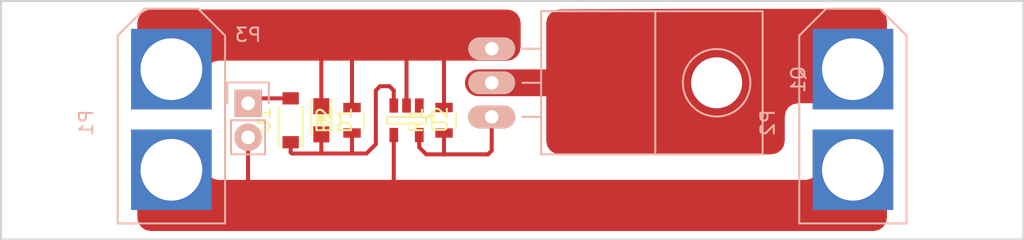
<source format=kicad_pcb>
(kicad_pcb (version 4) (host pcbnew 4.0.4+e1-6308~48~ubuntu16.04.1-stable)

  (general
    (links 16)
    (no_connects 1)
    (area 126.924999 132.004999 203.275001 149.935001)
    (thickness 1.6)
    (drawings 5)
    (tracks 29)
    (zones 0)
    (modules 9)
    (nets 7)
  )

  (page A4)
  (layers
    (0 F.Cu signal)
    (31 B.Cu signal)
    (32 B.Adhes user)
    (33 F.Adhes user)
    (34 B.Paste user)
    (35 F.Paste user hide)
    (36 B.SilkS user)
    (37 F.SilkS user hide)
    (38 B.Mask user)
    (39 F.Mask user hide)
    (40 Dwgs.User user)
    (41 Cmts.User user)
    (42 Eco1.User user)
    (43 Eco2.User user)
    (44 Edge.Cuts user)
    (45 Margin user)
    (46 B.CrtYd user)
    (47 F.CrtYd user)
    (48 B.Fab user hide)
    (49 F.Fab user hide)
  )

  (setup
    (last_trace_width 0.25)
    (user_trace_width 0.3)
    (user_trace_width 0.4)
    (user_trace_width 0.5)
    (user_trace_width 1)
    (trace_clearance 0.2)
    (zone_clearance 0.508)
    (zone_45_only no)
    (trace_min 0.2)
    (segment_width 0.2)
    (edge_width 0.15)
    (via_size 0.6)
    (via_drill 0.4)
    (via_min_size 0.4)
    (via_min_drill 0.3)
    (uvia_size 0.3)
    (uvia_drill 0.1)
    (uvias_allowed no)
    (uvia_min_size 0.2)
    (uvia_min_drill 0.1)
    (pcb_text_width 0.3)
    (pcb_text_size 1.5 1.5)
    (mod_edge_width 0.15)
    (mod_text_size 1 1)
    (mod_text_width 0.15)
    (pad_size 1.524 1.524)
    (pad_drill 0.762)
    (pad_to_mask_clearance 0.2)
    (aux_axis_origin 0 0)
    (visible_elements FFFFFF7F)
    (pcbplotparams
      (layerselection 0x01000_80000001)
      (usegerberextensions false)
      (excludeedgelayer true)
      (linewidth 0.100000)
      (plotframeref false)
      (viasonmask false)
      (mode 1)
      (useauxorigin false)
      (hpglpennumber 1)
      (hpglpenspeed 20)
      (hpglpendiameter 15)
      (hpglpenoverlay 2)
      (psnegative false)
      (psa4output false)
      (plotreference true)
      (plotvalue true)
      (plotinvisibletext false)
      (padsonsilk false)
      (subtractmaskfromsilk false)
      (outputformat 1)
      (mirror false)
      (drillshape 0)
      (scaleselection 1)
      (outputdirectory "/media/mdh/UBUNTU 16_0/johans/"))
  )

  (net 0 "")
  (net 1 "Net-(D1-Pad2)")
  (net 2 GND)
  (net 3 +BATT)
  (net 4 After_Load-)
  (net 5 "Net-(Q1-Pad1)")
  (net 6 "Net-(P3-Pad1)")

  (net_class Default "This is the default net class."
    (clearance 0.2)
    (trace_width 0.25)
    (via_dia 0.6)
    (via_drill 0.4)
    (uvia_dia 0.3)
    (uvia_drill 0.1)
    (add_net +BATT)
    (add_net After_Load-)
    (add_net GND)
    (add_net "Net-(D1-Pad2)")
    (add_net "Net-(P3-Pad1)")
    (add_net "Net-(Q1-Pad1)")
  )

  (module LEDs:LED_0805 (layer F.Cu) (tedit 55BDE1C2) (tstamp 5818A992)
    (at 150.876 140.97 270)
    (descr "LED 0805 smd package")
    (tags "LED 0805 SMD")
    (path /5818B0A5)
    (attr smd)
    (fp_text reference D1 (at 0 -1.75 270) (layer F.SilkS)
      (effects (font (size 1 1) (thickness 0.15)))
    )
    (fp_text value LED (at 0 1.75 270) (layer F.Fab)
      (effects (font (size 1 1) (thickness 0.15)))
    )
    (fp_line (start -0.4 -0.3) (end -0.4 0.3) (layer F.Fab) (width 0.15))
    (fp_line (start -0.3 0) (end 0 -0.3) (layer F.Fab) (width 0.15))
    (fp_line (start 0 0.3) (end -0.3 0) (layer F.Fab) (width 0.15))
    (fp_line (start 0 -0.3) (end 0 0.3) (layer F.Fab) (width 0.15))
    (fp_line (start 1 -0.6) (end -1 -0.6) (layer F.Fab) (width 0.15))
    (fp_line (start 1 0.6) (end 1 -0.6) (layer F.Fab) (width 0.15))
    (fp_line (start -1 0.6) (end 1 0.6) (layer F.Fab) (width 0.15))
    (fp_line (start -1 -0.6) (end -1 0.6) (layer F.Fab) (width 0.15))
    (fp_line (start -1.6 0.75) (end 1.1 0.75) (layer F.SilkS) (width 0.15))
    (fp_line (start -1.6 -0.75) (end 1.1 -0.75) (layer F.SilkS) (width 0.15))
    (fp_line (start -0.1 0.15) (end -0.1 -0.1) (layer F.SilkS) (width 0.15))
    (fp_line (start -0.1 -0.1) (end -0.25 0.05) (layer F.SilkS) (width 0.15))
    (fp_line (start -0.35 -0.35) (end -0.35 0.35) (layer F.SilkS) (width 0.15))
    (fp_line (start 0 0) (end 0.35 0) (layer F.SilkS) (width 0.15))
    (fp_line (start -0.35 0) (end 0 -0.35) (layer F.SilkS) (width 0.15))
    (fp_line (start 0 -0.35) (end 0 0.35) (layer F.SilkS) (width 0.15))
    (fp_line (start 0 0.35) (end -0.35 0) (layer F.SilkS) (width 0.15))
    (fp_line (start 1.9 -0.95) (end 1.9 0.95) (layer F.CrtYd) (width 0.05))
    (fp_line (start 1.9 0.95) (end -1.9 0.95) (layer F.CrtYd) (width 0.05))
    (fp_line (start -1.9 0.95) (end -1.9 -0.95) (layer F.CrtYd) (width 0.05))
    (fp_line (start -1.9 -0.95) (end 1.9 -0.95) (layer F.CrtYd) (width 0.05))
    (pad 2 smd rect (at 1.04902 0 90) (size 1.19888 1.19888) (layers F.Cu F.Paste F.Mask)
      (net 1 "Net-(D1-Pad2)"))
    (pad 1 smd rect (at -1.04902 0 90) (size 1.19888 1.19888) (layers F.Cu F.Paste F.Mask)
      (net 2 GND))
    (model LEDs.3dshapes/LED_0805.wrl
      (at (xyz 0 0 0))
      (scale (xyz 1 1 1))
      (rotate (xyz 0 0 0))
    )
  )

  (module TO_SOT_Packages_SMD:SOT-23-5 (layer F.Cu) (tedit 55360473) (tstamp 5818A9BA)
    (at 157.226 140.97 270)
    (descr "5-pin SOT23 package")
    (tags SOT-23-5)
    (path /5818A68D)
    (attr smd)
    (fp_text reference U2 (at -0.05 -2.55 270) (layer F.SilkS)
      (effects (font (size 1 1) (thickness 0.15)))
    )
    (fp_text value LM3490IM5-12/NOPB (at -0.05 2.35 270) (layer F.Fab)
      (effects (font (size 1 1) (thickness 0.15)))
    )
    (fp_line (start -1.8 -1.6) (end 1.8 -1.6) (layer F.CrtYd) (width 0.05))
    (fp_line (start 1.8 -1.6) (end 1.8 1.6) (layer F.CrtYd) (width 0.05))
    (fp_line (start 1.8 1.6) (end -1.8 1.6) (layer F.CrtYd) (width 0.05))
    (fp_line (start -1.8 1.6) (end -1.8 -1.6) (layer F.CrtYd) (width 0.05))
    (fp_circle (center -0.3 -1.7) (end -0.2 -1.7) (layer F.SilkS) (width 0.15))
    (fp_line (start 0.25 -1.45) (end -0.25 -1.45) (layer F.SilkS) (width 0.15))
    (fp_line (start 0.25 1.45) (end 0.25 -1.45) (layer F.SilkS) (width 0.15))
    (fp_line (start -0.25 1.45) (end 0.25 1.45) (layer F.SilkS) (width 0.15))
    (fp_line (start -0.25 -1.45) (end -0.25 1.45) (layer F.SilkS) (width 0.15))
    (pad 1 smd rect (at -1.1 -0.95 270) (size 1.06 0.65) (layers F.Cu F.Paste F.Mask))
    (pad 2 smd rect (at -1.1 0 270) (size 1.06 0.65) (layers F.Cu F.Paste F.Mask)
      (net 2 GND))
    (pad 3 smd rect (at -1.1 0.95 270) (size 1.06 0.65) (layers F.Cu F.Paste F.Mask)
      (net 1 "Net-(D1-Pad2)"))
    (pad 4 smd rect (at 1.1 0.95 270) (size 1.06 0.65) (layers F.Cu F.Paste F.Mask)
      (net 3 +BATT))
    (pad 5 smd rect (at 1.1 -0.95 270) (size 1.06 0.65) (layers F.Cu F.Paste F.Mask)
      (net 5 "Net-(Q1-Pad1)"))
    (model TO_SOT_Packages_SMD.3dshapes/SOT-23-5.wrl
      (at (xyz 0 0 0))
      (scale (xyz 1 1 1))
      (rotate (xyz 0 0 0))
    )
  )

  (module KiCad-Dev:XT60 (layer B.Cu) (tedit 580F8DBD) (tstamp 5818AA0A)
    (at 139.7 137.16 270)
    (tags "XT60 conn")
    (path /5818BFBF)
    (fp_text reference P1 (at 4 6.35 270) (layer B.SilkS)
      (effects (font (size 1 1) (thickness 0.15)) (justify mirror))
    )
    (fp_text value CONN_XT60 (at 3.81 5 270) (layer B.Fab)
      (effects (font (size 1 1) (thickness 0.15)) (justify mirror))
    )
    (fp_line (start -4.5 -2) (end -4.5 2) (layer B.SilkS) (width 0.15))
    (fp_line (start -4.5 -2) (end -2.5 -4) (layer B.SilkS) (width 0.15))
    (fp_line (start -4.5 2) (end -2.5 4) (layer B.SilkS) (width 0.15))
    (fp_line (start 11.5 -4) (end -2.5 -4) (layer B.SilkS) (width 0.15))
    (fp_line (start -2.5 4) (end 11.5 4) (layer B.SilkS) (width 0.15))
    (fp_line (start 11.5 -4) (end 11.5 4) (layer B.SilkS) (width 0.15))
    (pad 1 thru_hole rect (at 0 0 270) (size 6 6) (drill 4.6) (layers *.Cu *.Mask)
      (net 2 GND))
    (pad 2 thru_hole rect (at 7.5 0 270) (size 6 6) (drill 4.6) (layers *.Cu *.Mask)
      (net 3 +BATT))
  )

  (module KiCad-Dev:XT60 (layer B.Cu) (tedit 580F8DBD) (tstamp 5818AA0F)
    (at 190.5 137.16 270)
    (tags "XT60 conn")
    (path /5818C052)
    (fp_text reference P2 (at 4 6.35 270) (layer B.SilkS)
      (effects (font (size 1 1) (thickness 0.15)) (justify mirror))
    )
    (fp_text value CONN_XT60 (at 3.81 5 270) (layer B.Fab)
      (effects (font (size 1 1) (thickness 0.15)) (justify mirror))
    )
    (fp_line (start -4.5 -2) (end -4.5 2) (layer B.SilkS) (width 0.15))
    (fp_line (start -4.5 -2) (end -2.5 -4) (layer B.SilkS) (width 0.15))
    (fp_line (start -4.5 2) (end -2.5 4) (layer B.SilkS) (width 0.15))
    (fp_line (start 11.5 -4) (end -2.5 -4) (layer B.SilkS) (width 0.15))
    (fp_line (start -2.5 4) (end 11.5 4) (layer B.SilkS) (width 0.15))
    (fp_line (start 11.5 -4) (end 11.5 4) (layer B.SilkS) (width 0.15))
    (pad 1 thru_hole rect (at 0 0 270) (size 6 6) (drill 4.6) (layers *.Cu *.Mask)
      (net 4 After_Load-))
    (pad 2 thru_hole rect (at 7.5 0 270) (size 6 6) (drill 4.6) (layers *.Cu *.Mask)
      (net 3 +BATT))
  )

  (module Pin_Headers:Pin_Header_Straight_1x02 (layer B.Cu) (tedit 54EA090C) (tstamp 5818B25B)
    (at 145.415 139.7 180)
    (descr "Through hole pin header")
    (tags "pin header")
    (path /5818C4A3)
    (fp_text reference P3 (at 0 5.1 180) (layer B.SilkS)
      (effects (font (size 1 1) (thickness 0.15)) (justify mirror))
    )
    (fp_text value CONN_01X02 (at 0 3.1 180) (layer B.Fab)
      (effects (font (size 1 1) (thickness 0.15)) (justify mirror))
    )
    (fp_line (start 1.27 -1.27) (end 1.27 -3.81) (layer B.SilkS) (width 0.15))
    (fp_line (start 1.55 1.55) (end 1.55 0) (layer B.SilkS) (width 0.15))
    (fp_line (start -1.75 1.75) (end -1.75 -4.3) (layer B.CrtYd) (width 0.05))
    (fp_line (start 1.75 1.75) (end 1.75 -4.3) (layer B.CrtYd) (width 0.05))
    (fp_line (start -1.75 1.75) (end 1.75 1.75) (layer B.CrtYd) (width 0.05))
    (fp_line (start -1.75 -4.3) (end 1.75 -4.3) (layer B.CrtYd) (width 0.05))
    (fp_line (start 1.27 -1.27) (end -1.27 -1.27) (layer B.SilkS) (width 0.15))
    (fp_line (start -1.55 0) (end -1.55 1.55) (layer B.SilkS) (width 0.15))
    (fp_line (start -1.55 1.55) (end 1.55 1.55) (layer B.SilkS) (width 0.15))
    (fp_line (start -1.27 -1.27) (end -1.27 -3.81) (layer B.SilkS) (width 0.15))
    (fp_line (start -1.27 -3.81) (end 1.27 -3.81) (layer B.SilkS) (width 0.15))
    (pad 1 thru_hole rect (at 0 0 180) (size 2.032 2.032) (drill 1.016) (layers *.Cu *.Mask B.SilkS)
      (net 6 "Net-(P3-Pad1)"))
    (pad 2 thru_hole oval (at 0 -2.54 180) (size 2.032 2.032) (drill 1.016) (layers *.Cu *.Mask B.SilkS)
      (net 3 +BATT))
    (model Pin_Headers.3dshapes/Pin_Header_Straight_1x02.wrl
      (at (xyz 0 -0.05 0))
      (scale (xyz 1 1 1))
      (rotate (xyz 0 0 90))
    )
  )

  (module Resistors_SMD:R_0805 (layer F.Cu) (tedit 5415CDEB) (tstamp 5818B606)
    (at 160.02 140.97 90)
    (descr "Resistor SMD 0805, reflow soldering, Vishay (see dcrcw.pdf)")
    (tags "resistor 0805")
    (path /5818B748)
    (attr smd)
    (fp_text reference R1 (at 0 -2.1 90) (layer F.SilkS)
      (effects (font (size 1 1) (thickness 0.15)))
    )
    (fp_text value 4.7k (at 0 2.1 90) (layer F.Fab)
      (effects (font (size 1 1) (thickness 0.15)))
    )
    (fp_line (start -1.6 -1) (end 1.6 -1) (layer F.CrtYd) (width 0.05))
    (fp_line (start -1.6 1) (end 1.6 1) (layer F.CrtYd) (width 0.05))
    (fp_line (start -1.6 -1) (end -1.6 1) (layer F.CrtYd) (width 0.05))
    (fp_line (start 1.6 -1) (end 1.6 1) (layer F.CrtYd) (width 0.05))
    (fp_line (start 0.6 0.875) (end -0.6 0.875) (layer F.SilkS) (width 0.15))
    (fp_line (start -0.6 -0.875) (end 0.6 -0.875) (layer F.SilkS) (width 0.15))
    (pad 1 smd rect (at -0.95 0 90) (size 0.7 1.3) (layers F.Cu F.Paste F.Mask)
      (net 5 "Net-(Q1-Pad1)"))
    (pad 2 smd rect (at 0.95 0 90) (size 0.7 1.3) (layers F.Cu F.Paste F.Mask)
      (net 2 GND))
    (model Resistors_SMD.3dshapes/R_0805.wrl
      (at (xyz 0 0 0))
      (scale (xyz 1 1 1))
      (rotate (xyz 0 0 0))
    )
  )

  (module Resistors_SMD:R_0805 (layer F.Cu) (tedit 5415CDEB) (tstamp 5818B610)
    (at 153.162 140.97 90)
    (descr "Resistor SMD 0805, reflow soldering, Vishay (see dcrcw.pdf)")
    (tags "resistor 0805")
    (path /5818C95A)
    (attr smd)
    (fp_text reference R2 (at 0 -2.1 90) (layer F.SilkS)
      (effects (font (size 1 1) (thickness 0.15)))
    )
    (fp_text value 10k (at 0 2.1 90) (layer F.Fab)
      (effects (font (size 1 1) (thickness 0.15)))
    )
    (fp_line (start -1.6 -1) (end 1.6 -1) (layer F.CrtYd) (width 0.05))
    (fp_line (start -1.6 1) (end 1.6 1) (layer F.CrtYd) (width 0.05))
    (fp_line (start -1.6 -1) (end -1.6 1) (layer F.CrtYd) (width 0.05))
    (fp_line (start 1.6 -1) (end 1.6 1) (layer F.CrtYd) (width 0.05))
    (fp_line (start 0.6 0.875) (end -0.6 0.875) (layer F.SilkS) (width 0.15))
    (fp_line (start -0.6 -0.875) (end 0.6 -0.875) (layer F.SilkS) (width 0.15))
    (pad 1 smd rect (at -0.95 0 90) (size 0.7 1.3) (layers F.Cu F.Paste F.Mask)
      (net 1 "Net-(D1-Pad2)"))
    (pad 2 smd rect (at 0.95 0 90) (size 0.7 1.3) (layers F.Cu F.Paste F.Mask)
      (net 2 GND))
    (model Resistors_SMD.3dshapes/R_0805.wrl
      (at (xyz 0 0 0))
      (scale (xyz 1 1 1))
      (rotate (xyz 0 0 0))
    )
  )

  (module Diodes_SMD:SOD-123 (layer F.Cu) (tedit 5753A53E) (tstamp 5818B898)
    (at 148.59 140.97 90)
    (descr SOD-123)
    (tags SOD-123)
    (path /5818AFF2)
    (attr smd)
    (fp_text reference U1 (at 0 -2 90) (layer F.SilkS)
      (effects (font (size 1 1) (thickness 0.15)))
    )
    (fp_text value NSI45020AT1G (at 0 2.1 90) (layer F.Fab)
      (effects (font (size 1 1) (thickness 0.15)))
    )
    (fp_line (start 0.25 0) (end 0.75 0) (layer F.Fab) (width 0.15))
    (fp_line (start 0.25 0.4) (end -0.35 0) (layer F.Fab) (width 0.15))
    (fp_line (start 0.25 -0.4) (end 0.25 0.4) (layer F.Fab) (width 0.15))
    (fp_line (start -0.35 0) (end 0.25 -0.4) (layer F.Fab) (width 0.15))
    (fp_line (start -0.35 0) (end -0.35 0.55) (layer F.Fab) (width 0.15))
    (fp_line (start -0.35 0) (end -0.35 -0.55) (layer F.Fab) (width 0.15))
    (fp_line (start -0.75 0) (end -0.35 0) (layer F.Fab) (width 0.15))
    (fp_line (start -1.35 0.8) (end -1.35 -0.8) (layer F.Fab) (width 0.15))
    (fp_line (start 1.35 0.8) (end -1.35 0.8) (layer F.Fab) (width 0.15))
    (fp_line (start 1.35 -0.8) (end 1.35 0.8) (layer F.Fab) (width 0.15))
    (fp_line (start -1.35 -0.8) (end 1.35 -0.8) (layer F.Fab) (width 0.15))
    (fp_line (start -2.25 -1.05) (end 2.25 -1.05) (layer F.CrtYd) (width 0.05))
    (fp_line (start 2.25 -1.05) (end 2.25 1.05) (layer F.CrtYd) (width 0.05))
    (fp_line (start 2.25 1.05) (end -2.25 1.05) (layer F.CrtYd) (width 0.05))
    (fp_line (start -2.25 -1.05) (end -2.25 1.05) (layer F.CrtYd) (width 0.05))
    (fp_line (start -2 0.9) (end 1 0.9) (layer F.SilkS) (width 0.15))
    (fp_line (start -2 -0.9) (end 1 -0.9) (layer F.SilkS) (width 0.15))
    (pad 1 smd rect (at -1.635 0 90) (size 0.91 1.22) (layers F.Cu F.Paste F.Mask)
      (net 1 "Net-(D1-Pad2)"))
    (pad 2 smd rect (at 1.635 0 90) (size 0.91 1.22) (layers F.Cu F.Paste F.Mask)
      (net 6 "Net-(P3-Pad1)"))
    (model ${KISYS3DMOD}/Diodes_SMD.3dshapes/SOD-123.wrl
      (at (xyz 0 0 0))
      (scale (xyz 1 1 1))
      (rotate (xyz 0 0 0))
    )
  )

  (module KiCad-Dev:my_TO-220_Neutral123_Horizontal_LargePads (layer B.Cu) (tedit 5818BBC2) (tstamp 5818BD09)
    (at 163.576 138.176 90)
    (descr TO-220)
    (tags TO-220)
    (path /58186445)
    (fp_text reference Q1 (at 0.24892 22.84984 90) (layer B.SilkS)
      (effects (font (size 1 1) (thickness 0.15)) (justify mirror))
    )
    (fp_text value IRFB7537PbF (at -0.20066 -4.24942 90) (layer B.Fab)
      (effects (font (size 1 1) (thickness 0.15)) (justify mirror))
    )
    (fp_line (start -2.54 3.683) (end -2.54 2.286) (layer B.SilkS) (width 0.15))
    (fp_line (start 0 3.683) (end 0 2.286) (layer B.SilkS) (width 0.15))
    (fp_line (start 2.54 3.683) (end 2.54 2.286) (layer B.SilkS) (width 0.15))
    (fp_circle (center 0 16.764) (end 1.778 14.986) (layer B.SilkS) (width 0.15))
    (fp_line (start 5.334 12.192) (end 5.334 20.193) (layer B.SilkS) (width 0.15))
    (fp_line (start 5.334 20.193) (end -5.334 20.193) (layer B.SilkS) (width 0.15))
    (fp_line (start -5.334 20.193) (end -5.334 12.192) (layer B.SilkS) (width 0.15))
    (fp_line (start 5.334 3.683) (end 5.334 12.192) (layer B.SilkS) (width 0.15))
    (fp_line (start 5.334 12.192) (end -5.334 12.192) (layer B.SilkS) (width 0.15))
    (fp_line (start -5.334 12.192) (end -5.334 3.683) (layer B.SilkS) (width 0.15))
    (fp_line (start 0 3.683) (end -5.334 3.683) (layer B.SilkS) (width 0.15))
    (fp_line (start 0 3.683) (end 5.334 3.683) (layer B.SilkS) (width 0.15))
    (pad 2 thru_hole oval (at 0 0) (size 3.50012 1.69926) (drill 1.00076) (layers *.Cu *.Mask B.SilkS)
      (net 4 After_Load-))
    (pad 1 thru_hole oval (at -2.54 0) (size 3.50012 1.69926) (drill 1.00076) (layers *.Cu *.Mask B.SilkS)
      (net 5 "Net-(Q1-Pad1)"))
    (pad 3 thru_hole oval (at 2.54 0) (size 3.50012 1.69926) (drill 1.00076) (layers *.Cu *.Mask B.SilkS)
      (net 2 GND))
    (pad 2 thru_hole circle (at 0 16.764) (size 3.79984 3.79984) (drill 3.79984) (layers *.Cu *.Mask)
      (net 4 After_Load-))
    (model TO_SOT_Packages_THT.3dshapes/TO-220_Neutral123_Horizontal_LargePads.wrl
      (at (xyz 0 0 0))
      (scale (xyz 0.3937 0.3937 0.3937))
      (rotate (xyz 0 0 0))
    )
  )

  (gr_line (start 149.352 142.24) (end 147.828 142.24) (layer Dwgs.User) (width 0.2))
  (gr_line (start 127 149.86) (end 203.2 149.86) (layer Edge.Cuts) (width 0.15))
  (gr_line (start 127 132.08) (end 127 149.86) (layer Edge.Cuts) (width 0.15))
  (gr_line (start 203.2 132.08) (end 127 132.08) (layer Edge.Cuts) (width 0.15))
  (gr_line (start 203.2 149.86) (end 203.2 132.08) (layer Edge.Cuts) (width 0.15))

  (segment (start 150.876 143.4465) (end 153.162 143.4465) (width 0.3) (layer F.Cu) (net 1))
  (segment (start 153.162 143.4465) (end 154.2415 143.4465) (width 0.3) (layer F.Cu) (net 1))
  (segment (start 153.162 141.92) (end 153.162 143.4465) (width 0.3) (layer F.Cu) (net 1))
  (segment (start 154.2415 143.4465) (end 154.94 142.748) (width 0.3) (layer F.Cu) (net 1))
  (segment (start 154.94 138.748183) (end 155.258183 138.43) (width 0.3) (layer F.Cu) (net 1))
  (segment (start 154.94 142.748) (end 154.94 138.748183) (width 0.3) (layer F.Cu) (net 1))
  (segment (start 155.258183 138.43) (end 155.956 138.43) (width 0.3) (layer F.Cu) (net 1))
  (segment (start 155.956 138.43) (end 156.276 138.75) (width 0.3) (layer F.Cu) (net 1))
  (segment (start 156.276 138.75) (end 156.276 139.87) (width 0.3) (layer F.Cu) (net 1))
  (segment (start 148.6765 143.4465) (end 150.876 143.4465) (width 0.3) (layer F.Cu) (net 1))
  (segment (start 150.876 142.01902) (end 150.876 143.4465) (width 0.3) (layer F.Cu) (net 1))
  (segment (start 148.59 142.605) (end 148.59 143.36) (width 0.3) (layer F.Cu) (net 1))
  (segment (start 148.59 143.36) (end 148.6765 143.4465) (width 0.3) (layer F.Cu) (net 1))
  (segment (start 157.226 139.87) (end 157.226 136.144) (width 0.3) (layer F.Cu) (net 2))
  (segment (start 153.162 140.02) (end 153.162 135.89) (width 0.3) (layer F.Cu) (net 2))
  (segment (start 150.876 139.92098) (end 150.876 135.89) (width 0.3) (layer F.Cu) (net 2))
  (segment (start 160.02 140.02) (end 160.02 135.89) (width 0.3) (layer F.Cu) (net 2))
  (segment (start 156.276 142.07) (end 156.276 145.830385) (width 0.3) (layer F.Cu) (net 3))
  (segment (start 145.415 142.24) (end 145.415 145.415) (width 0.3) (layer F.Cu) (net 3))
  (segment (start 162.580501 138.176) (end 173.736 138.176) (width 2) (layer F.Cu) (net 4))
  (segment (start 163.576 140.716) (end 163.576 143.235217) (width 0.3) (layer F.Cu) (net 5))
  (segment (start 160.02 143.51) (end 163.301217 143.51) (width 0.3) (layer F.Cu) (net 5))
  (segment (start 163.301217 143.51) (end 163.576 143.235217) (width 0.3) (layer F.Cu) (net 5))
  (segment (start 158.176 142.07) (end 158.176 142.993293) (width 0.3) (layer F.Cu) (net 5))
  (segment (start 158.692707 143.51) (end 160.02 143.51) (width 0.3) (layer F.Cu) (net 5))
  (segment (start 158.176 142.993293) (end 158.692707 143.51) (width 0.3) (layer F.Cu) (net 5))
  (segment (start 160.02 141.92) (end 160.02 143.51) (width 0.3) (layer F.Cu) (net 5))
  (segment (start 148.59 139.335) (end 145.78 139.335) (width 0.3) (layer F.Cu) (net 6))
  (segment (start 145.78 139.335) (end 145.415 139.7) (width 0.3) (layer F.Cu) (net 6))

  (zone (net 2) (net_name GND) (layer F.Cu) (tstamp 0) (hatch edge 0.508)
    (connect_pads yes (clearance 0.508))
    (min_thickness 0.254)
    (fill yes (arc_segments 16) (thermal_gap 0.508) (thermal_bridge_width 0.508) (smoothing fillet) (radius 1))
    (polygon
      (pts
        (xy 137.16 132.715) (xy 165.735 132.715) (xy 165.735 136.525) (xy 142.24 136.525) (xy 142.24 139.7)
        (xy 137.16 139.7)
      )
    )
    (filled_polygon
      (pts
        (xy 165.06813 132.910752) (xy 165.350545 133.099455) (xy 165.539248 133.38187) (xy 165.608 133.727509) (xy 165.608 135.512491)
        (xy 165.539248 135.85813) (xy 165.350545 136.140545) (xy 165.06813 136.329248) (xy 164.722491 136.398) (xy 143.24 136.398)
        (xy 143.215224 136.40044) (xy 142.832541 136.47656) (xy 142.78676 136.495523) (xy 142.462336 136.712296) (xy 142.427296 136.747336)
        (xy 142.210523 137.07176) (xy 142.19156 137.117541) (xy 142.11544 137.500224) (xy 142.113 137.525) (xy 142.113 138.687491)
        (xy 142.044248 139.03313) (xy 141.855545 139.315545) (xy 141.57313 139.504248) (xy 141.227491 139.573) (xy 138.172509 139.573)
        (xy 137.82687 139.504248) (xy 137.544455 139.315545) (xy 137.355752 139.03313) (xy 137.287 138.687491) (xy 137.287 133.727509)
        (xy 137.355752 133.38187) (xy 137.544455 133.099455) (xy 137.82687 132.910752) (xy 138.172509 132.842) (xy 164.722491 132.842)
      )
    )
  )
  (zone (net 3) (net_name +BATT) (layer F.Cu) (tstamp 5818AD75) (hatch edge 0.508)
    (connect_pads yes (clearance 0.508))
    (min_thickness 0.254)
    (fill yes (arc_segments 16) (thermal_gap 0.508) (thermal_bridge_width 0.508) (smoothing fillet) (radius 1))
    (polygon
      (pts
        (xy 187.96 142.24) (xy 193.04 142.24) (xy 193.04 149.225) (xy 137.16 149.225) (xy 137.16 142.24)
        (xy 142.24 142.24) (xy 142.24 145.415) (xy 187.96 145.415)
      )
    )
    (filled_polygon
      (pts
        (xy 141.57313 142.435752) (xy 141.855545 142.624455) (xy 142.044248 142.90687) (xy 142.113 143.252509) (xy 142.113 144.415)
        (xy 142.11544 144.439776) (xy 142.19156 144.822459) (xy 142.210523 144.86824) (xy 142.427296 145.192664) (xy 142.462336 145.227704)
        (xy 142.78676 145.444477) (xy 142.832541 145.46344) (xy 143.215224 145.53956) (xy 143.24 145.542) (xy 186.96 145.542)
        (xy 186.984776 145.53956) (xy 187.367459 145.46344) (xy 187.41324 145.444477) (xy 187.737664 145.227704) (xy 187.772704 145.192664)
        (xy 187.989477 144.86824) (xy 188.00844 144.822459) (xy 188.08456 144.439776) (xy 188.087 144.415) (xy 188.087 143.252509)
        (xy 188.155752 142.90687) (xy 188.344455 142.624455) (xy 188.62687 142.435752) (xy 188.972509 142.367) (xy 192.027491 142.367)
        (xy 192.37313 142.435752) (xy 192.655545 142.624455) (xy 192.844248 142.90687) (xy 192.913 143.252509) (xy 192.913 148.212491)
        (xy 192.844248 148.55813) (xy 192.655545 148.840545) (xy 192.37313 149.029248) (xy 192.027491 149.098) (xy 138.172509 149.098)
        (xy 137.82687 149.029248) (xy 137.544455 148.840545) (xy 137.355752 148.55813) (xy 137.287 148.212491) (xy 137.287 143.252509)
        (xy 137.355752 142.90687) (xy 137.544455 142.624455) (xy 137.82687 142.435752) (xy 138.172509 142.367) (xy 141.227491 142.367)
      )
    )
  )
  (zone (net 4) (net_name After_Load-) (layer F.Cu) (tstamp 0) (hatch edge 0.508)
    (connect_pads yes (clearance 0.508))
    (min_thickness 0.254)
    (fill yes (arc_segments 16) (thermal_gap 0.508) (thermal_bridge_width 0.508) (smoothing fillet) (radius 1))
    (polygon
      (pts
        (xy 167.64 132.715) (xy 167.64 143.51) (xy 185.42 143.51) (xy 185.42 139.7) (xy 193.04 139.7)
        (xy 193.04 132.588)
      )
    )
    (filled_polygon
      (pts
        (xy 192.550082 132.886496) (xy 192.743959 133.079405) (xy 192.868488 133.322905) (xy 192.913 133.603036) (xy 192.913 138.687491)
        (xy 192.844248 139.03313) (xy 192.655545 139.315545) (xy 192.37313 139.504248) (xy 192.027491 139.573) (xy 186.42 139.573)
        (xy 186.395224 139.57544) (xy 186.012541 139.65156) (xy 185.96676 139.670523) (xy 185.642336 139.887296) (xy 185.607296 139.922336)
        (xy 185.390523 140.24676) (xy 185.37156 140.292541) (xy 185.29544 140.675224) (xy 185.293 140.7) (xy 185.293 142.497491)
        (xy 185.224248 142.84313) (xy 185.035545 143.125545) (xy 184.75313 143.314248) (xy 184.407491 143.383) (xy 168.652509 143.383)
        (xy 168.30687 143.314248) (xy 168.024455 143.125545) (xy 167.835752 142.84313) (xy 167.767 142.497491) (xy 167.767 133.72248)
        (xy 167.835321 133.377882) (xy 168.022907 133.095998) (xy 168.303851 132.907004) (xy 168.648104 132.836961) (xy 178.040263 132.79)
        (xy 192.359048 132.79)
      )
    )
  )
)

</source>
